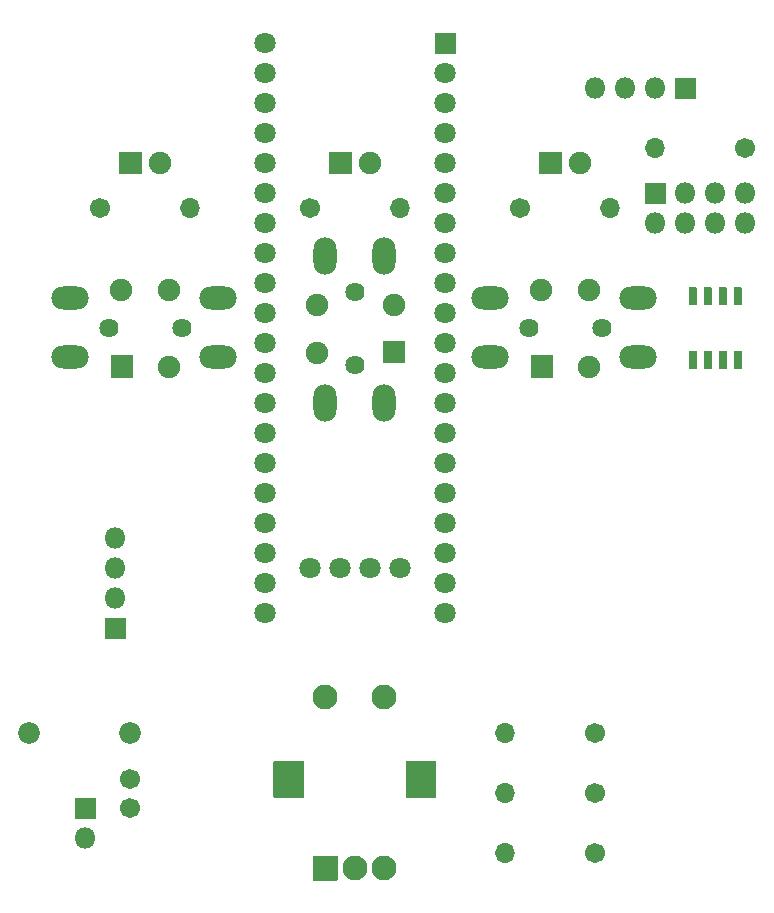
<source format=gbr>
%TF.GenerationSoftware,KiCad,Pcbnew,(5.1.9)-1*%
%TF.CreationDate,2021-06-17T08:41:36-07:00*%
%TF.ProjectId,knob_v1,6b6e6f62-5f76-4312-9e6b-696361645f70,rev?*%
%TF.SameCoordinates,Original*%
%TF.FileFunction,Soldermask,Bot*%
%TF.FilePolarity,Negative*%
%FSLAX46Y46*%
G04 Gerber Fmt 4.6, Leading zero omitted, Abs format (unit mm)*
G04 Created by KiCad (PCBNEW (5.1.9)-1) date 2021-06-17 08:41:36*
%MOMM*%
%LPD*%
G01*
G04 APERTURE LIST*
%ADD10O,1.801600X1.801600*%
%ADD11O,1.701600X1.701600*%
%ADD12C,1.701600*%
%ADD13C,1.901600*%
%ADD14C,1.625600*%
%ADD15C,1.834600*%
%ADD16C,1.801600*%
%ADD17C,2.101600*%
%ADD18O,3.149600X1.951600*%
%ADD19O,1.951600X3.149600*%
G04 APERTURE END LIST*
D10*
%TO.C,J1*%
X124460000Y-50800000D03*
X127000000Y-50800000D03*
X129540000Y-50800000D03*
G36*
G01*
X132930000Y-51700800D02*
X131230000Y-51700800D01*
G75*
G02*
X131179200Y-51650000I0J50800D01*
G01*
X131179200Y-49950000D01*
G75*
G02*
X131230000Y-49899200I50800J0D01*
G01*
X132930000Y-49899200D01*
G75*
G02*
X132980800Y-49950000I0J-50800D01*
G01*
X132980800Y-51650000D01*
G75*
G02*
X132930000Y-51700800I-50800J0D01*
G01*
G37*
%TD*%
D11*
%TO.C,R7*%
X129540000Y-55880000D03*
D12*
X137160000Y-55880000D03*
%TD*%
D13*
%TO.C,SW3A1*%
X123920000Y-74370000D03*
G36*
G01*
X118969200Y-75270000D02*
X118969200Y-73470000D01*
G75*
G02*
X119020000Y-73419200I50800J0D01*
G01*
X120820000Y-73419200D01*
G75*
G02*
X120870800Y-73470000I0J-50800D01*
G01*
X120870800Y-75270000D01*
G75*
G02*
X120820000Y-75320800I-50800J0D01*
G01*
X119020000Y-75320800D01*
G75*
G02*
X118969200Y-75270000I0J50800D01*
G01*
G37*
X119820000Y-67870000D03*
X123920000Y-67870000D03*
D14*
X118820000Y-71120000D03*
X125020000Y-71120000D03*
%TD*%
D13*
%TO.C,SW2A1*%
X107390000Y-69120000D03*
G36*
G01*
X108290000Y-74070800D02*
X106490000Y-74070800D01*
G75*
G02*
X106439200Y-74020000I0J50800D01*
G01*
X106439200Y-72220000D01*
G75*
G02*
X106490000Y-72169200I50800J0D01*
G01*
X108290000Y-72169200D01*
G75*
G02*
X108340800Y-72220000I0J-50800D01*
G01*
X108340800Y-74020000D01*
G75*
G02*
X108290000Y-74070800I-50800J0D01*
G01*
G37*
X100890000Y-73220000D03*
X100890000Y-69120000D03*
D14*
X104140000Y-74220000D03*
X104140000Y-68020000D03*
%TD*%
D13*
%TO.C,SW1A1*%
X88360000Y-74370000D03*
G36*
G01*
X83409200Y-75270000D02*
X83409200Y-73470000D01*
G75*
G02*
X83460000Y-73419200I50800J0D01*
G01*
X85260000Y-73419200D01*
G75*
G02*
X85310800Y-73470000I0J-50800D01*
G01*
X85310800Y-75270000D01*
G75*
G02*
X85260000Y-75320800I-50800J0D01*
G01*
X83460000Y-75320800D01*
G75*
G02*
X83409200Y-75270000I0J50800D01*
G01*
G37*
X84260000Y-67870000D03*
X88360000Y-67870000D03*
D14*
X83260000Y-71120000D03*
X89460000Y-71120000D03*
%TD*%
D15*
%TO.C,Z1*%
X76530000Y-105410000D03*
X85090000Y-105410000D03*
%TD*%
%TO.C,U2*%
G36*
G01*
X132364200Y-74520000D02*
X132364200Y-73120000D01*
G75*
G02*
X132415000Y-73069200I50800J0D01*
G01*
X133015000Y-73069200D01*
G75*
G02*
X133065800Y-73120000I0J-50800D01*
G01*
X133065800Y-74520000D01*
G75*
G02*
X133015000Y-74570800I-50800J0D01*
G01*
X132415000Y-74570800D01*
G75*
G02*
X132364200Y-74520000I0J50800D01*
G01*
G37*
G36*
G01*
X133634200Y-74520000D02*
X133634200Y-73120000D01*
G75*
G02*
X133685000Y-73069200I50800J0D01*
G01*
X134285000Y-73069200D01*
G75*
G02*
X134335800Y-73120000I0J-50800D01*
G01*
X134335800Y-74520000D01*
G75*
G02*
X134285000Y-74570800I-50800J0D01*
G01*
X133685000Y-74570800D01*
G75*
G02*
X133634200Y-74520000I0J50800D01*
G01*
G37*
G36*
G01*
X134904200Y-74520000D02*
X134904200Y-73120000D01*
G75*
G02*
X134955000Y-73069200I50800J0D01*
G01*
X135555000Y-73069200D01*
G75*
G02*
X135605800Y-73120000I0J-50800D01*
G01*
X135605800Y-74520000D01*
G75*
G02*
X135555000Y-74570800I-50800J0D01*
G01*
X134955000Y-74570800D01*
G75*
G02*
X134904200Y-74520000I0J50800D01*
G01*
G37*
G36*
G01*
X136174200Y-74520000D02*
X136174200Y-73120000D01*
G75*
G02*
X136225000Y-73069200I50800J0D01*
G01*
X136825000Y-73069200D01*
G75*
G02*
X136875800Y-73120000I0J-50800D01*
G01*
X136875800Y-74520000D01*
G75*
G02*
X136825000Y-74570800I-50800J0D01*
G01*
X136225000Y-74570800D01*
G75*
G02*
X136174200Y-74520000I0J50800D01*
G01*
G37*
G36*
G01*
X136174200Y-69120000D02*
X136174200Y-67720000D01*
G75*
G02*
X136225000Y-67669200I50800J0D01*
G01*
X136825000Y-67669200D01*
G75*
G02*
X136875800Y-67720000I0J-50800D01*
G01*
X136875800Y-69120000D01*
G75*
G02*
X136825000Y-69170800I-50800J0D01*
G01*
X136225000Y-69170800D01*
G75*
G02*
X136174200Y-69120000I0J50800D01*
G01*
G37*
G36*
G01*
X134904200Y-69120000D02*
X134904200Y-67720000D01*
G75*
G02*
X134955000Y-67669200I50800J0D01*
G01*
X135555000Y-67669200D01*
G75*
G02*
X135605800Y-67720000I0J-50800D01*
G01*
X135605800Y-69120000D01*
G75*
G02*
X135555000Y-69170800I-50800J0D01*
G01*
X134955000Y-69170800D01*
G75*
G02*
X134904200Y-69120000I0J50800D01*
G01*
G37*
G36*
G01*
X133634200Y-69120000D02*
X133634200Y-67720000D01*
G75*
G02*
X133685000Y-67669200I50800J0D01*
G01*
X134285000Y-67669200D01*
G75*
G02*
X134335800Y-67720000I0J-50800D01*
G01*
X134335800Y-69120000D01*
G75*
G02*
X134285000Y-69170800I-50800J0D01*
G01*
X133685000Y-69170800D01*
G75*
G02*
X133634200Y-69120000I0J50800D01*
G01*
G37*
G36*
G01*
X132364200Y-69120000D02*
X132364200Y-67720000D01*
G75*
G02*
X132415000Y-67669200I50800J0D01*
G01*
X133015000Y-67669200D01*
G75*
G02*
X133065800Y-67720000I0J-50800D01*
G01*
X133065800Y-69120000D01*
G75*
G02*
X133015000Y-69170800I-50800J0D01*
G01*
X132415000Y-69170800D01*
G75*
G02*
X132364200Y-69120000I0J50800D01*
G01*
G37*
%TD*%
D16*
%TO.C,U1*%
X111760000Y-95250000D03*
X96520000Y-95250000D03*
X111760000Y-92710000D03*
X96520000Y-92710000D03*
X111760000Y-90170000D03*
X96520000Y-90170000D03*
X111760000Y-87630000D03*
X96520000Y-87630000D03*
X111760000Y-85090000D03*
X96520000Y-85090000D03*
X111760000Y-82550000D03*
X96520000Y-82550000D03*
X111760000Y-80010000D03*
X96520000Y-80010000D03*
X111760000Y-77470000D03*
X96520000Y-77470000D03*
X111760000Y-74930000D03*
X96520000Y-74930000D03*
X111760000Y-72390000D03*
X96520000Y-72390000D03*
X111760000Y-69850000D03*
X96520000Y-69850000D03*
X111760000Y-67310000D03*
X96520000Y-67310000D03*
X111760000Y-64770000D03*
X96520000Y-64770000D03*
X111760000Y-62230000D03*
X96520000Y-62230000D03*
X111760000Y-59690000D03*
X96520000Y-59690000D03*
X111760000Y-57150000D03*
X96520000Y-57150000D03*
X111760000Y-54610000D03*
X96520000Y-54610000D03*
X111760000Y-52070000D03*
X96520000Y-52070000D03*
X111760000Y-49530000D03*
X96520000Y-49530000D03*
G36*
G01*
X112660800Y-46140000D02*
X112660800Y-47840000D01*
G75*
G02*
X112610000Y-47890800I-50800J0D01*
G01*
X110910000Y-47890800D01*
G75*
G02*
X110859200Y-47840000I0J50800D01*
G01*
X110859200Y-46140000D01*
G75*
G02*
X110910000Y-46089200I50800J0D01*
G01*
X112610000Y-46089200D01*
G75*
G02*
X112660800Y-46140000I0J-50800D01*
G01*
G37*
X96520000Y-46990000D03*
X100330000Y-91440000D03*
X102870000Y-91440000D03*
X105410000Y-91440000D03*
X107950000Y-91440000D03*
%TD*%
%TO.C,SW4*%
G36*
G01*
X102600000Y-117890800D02*
X100600000Y-117890800D01*
G75*
G02*
X100549200Y-117840000I0J50800D01*
G01*
X100549200Y-115840000D01*
G75*
G02*
X100600000Y-115789200I50800J0D01*
G01*
X102600000Y-115789200D01*
G75*
G02*
X102650800Y-115840000I0J-50800D01*
G01*
X102650800Y-117840000D01*
G75*
G02*
X102600000Y-117890800I-50800J0D01*
G01*
G37*
D17*
X104100000Y-116840000D03*
X106600000Y-116840000D03*
G36*
G01*
X99750000Y-110890800D02*
X97250000Y-110890800D01*
G75*
G02*
X97199200Y-110840000I0J50800D01*
G01*
X97199200Y-107840000D01*
G75*
G02*
X97250000Y-107789200I50800J0D01*
G01*
X99750000Y-107789200D01*
G75*
G02*
X99800800Y-107840000I0J-50800D01*
G01*
X99800800Y-110840000D01*
G75*
G02*
X99750000Y-110890800I-50800J0D01*
G01*
G37*
G36*
G01*
X110950000Y-110890800D02*
X108450000Y-110890800D01*
G75*
G02*
X108399200Y-110840000I0J50800D01*
G01*
X108399200Y-107840000D01*
G75*
G02*
X108450000Y-107789200I50800J0D01*
G01*
X110950000Y-107789200D01*
G75*
G02*
X111000800Y-107840000I0J-50800D01*
G01*
X111000800Y-110840000D01*
G75*
G02*
X110950000Y-110890800I-50800J0D01*
G01*
G37*
X101600000Y-102340000D03*
X106600000Y-102340000D03*
%TD*%
D10*
%TO.C,J4*%
X83820000Y-88900000D03*
X83820000Y-91440000D03*
X83820000Y-93980000D03*
G36*
G01*
X82919200Y-97370000D02*
X82919200Y-95670000D01*
G75*
G02*
X82970000Y-95619200I50800J0D01*
G01*
X84670000Y-95619200D01*
G75*
G02*
X84720800Y-95670000I0J-50800D01*
G01*
X84720800Y-97370000D01*
G75*
G02*
X84670000Y-97420800I-50800J0D01*
G01*
X82970000Y-97420800D01*
G75*
G02*
X82919200Y-97370000I0J50800D01*
G01*
G37*
%TD*%
%TO.C,J3*%
X81280000Y-114300000D03*
G36*
G01*
X82180800Y-110910000D02*
X82180800Y-112610000D01*
G75*
G02*
X82130000Y-112660800I-50800J0D01*
G01*
X80430000Y-112660800D01*
G75*
G02*
X80379200Y-112610000I0J50800D01*
G01*
X80379200Y-110910000D01*
G75*
G02*
X80430000Y-110859200I50800J0D01*
G01*
X82130000Y-110859200D01*
G75*
G02*
X82180800Y-110910000I0J-50800D01*
G01*
G37*
%TD*%
%TO.C,J2*%
X137160000Y-62230000D03*
X137160000Y-59690000D03*
X134620000Y-62230000D03*
X134620000Y-59690000D03*
X132080000Y-62230000D03*
X132080000Y-59690000D03*
X129540000Y-62230000D03*
G36*
G01*
X128690000Y-58789200D02*
X130390000Y-58789200D01*
G75*
G02*
X130440800Y-58840000I0J-50800D01*
G01*
X130440800Y-60540000D01*
G75*
G02*
X130390000Y-60590800I-50800J0D01*
G01*
X128690000Y-60590800D01*
G75*
G02*
X128639200Y-60540000I0J50800D01*
G01*
X128639200Y-58840000D01*
G75*
G02*
X128690000Y-58789200I50800J0D01*
G01*
G37*
%TD*%
D13*
%TO.C,D3*%
X123190000Y-57150000D03*
G36*
G01*
X119699200Y-58050000D02*
X119699200Y-56250000D01*
G75*
G02*
X119750000Y-56199200I50800J0D01*
G01*
X121550000Y-56199200D01*
G75*
G02*
X121600800Y-56250000I0J-50800D01*
G01*
X121600800Y-58050000D01*
G75*
G02*
X121550000Y-58100800I-50800J0D01*
G01*
X119750000Y-58100800D01*
G75*
G02*
X119699200Y-58050000I0J50800D01*
G01*
G37*
%TD*%
%TO.C,D2*%
X105410000Y-57150000D03*
G36*
G01*
X101919200Y-58050000D02*
X101919200Y-56250000D01*
G75*
G02*
X101970000Y-56199200I50800J0D01*
G01*
X103770000Y-56199200D01*
G75*
G02*
X103820800Y-56250000I0J-50800D01*
G01*
X103820800Y-58050000D01*
G75*
G02*
X103770000Y-58100800I-50800J0D01*
G01*
X101970000Y-58100800D01*
G75*
G02*
X101919200Y-58050000I0J50800D01*
G01*
G37*
%TD*%
%TO.C,D1*%
X87630000Y-57150000D03*
G36*
G01*
X84139200Y-58050000D02*
X84139200Y-56250000D01*
G75*
G02*
X84190000Y-56199200I50800J0D01*
G01*
X85990000Y-56199200D01*
G75*
G02*
X86040800Y-56250000I0J-50800D01*
G01*
X86040800Y-58050000D01*
G75*
G02*
X85990000Y-58100800I-50800J0D01*
G01*
X84190000Y-58100800D01*
G75*
G02*
X84139200Y-58050000I0J50800D01*
G01*
G37*
%TD*%
D12*
%TO.C,C1*%
X85090000Y-111760000D03*
X85090000Y-109260000D03*
%TD*%
D11*
%TO.C,R1*%
X116840000Y-105410000D03*
D12*
X124460000Y-105410000D03*
%TD*%
D11*
%TO.C,R2*%
X116840000Y-110490000D03*
D12*
X124460000Y-110490000D03*
%TD*%
%TO.C,R3*%
X124460000Y-115570000D03*
D11*
X116840000Y-115570000D03*
%TD*%
D12*
%TO.C,R4*%
X118110000Y-60960000D03*
D11*
X125730000Y-60960000D03*
%TD*%
D12*
%TO.C,R5*%
X100330000Y-60960000D03*
D11*
X107950000Y-60960000D03*
%TD*%
D12*
%TO.C,R6*%
X82550000Y-60960000D03*
D11*
X90170000Y-60960000D03*
%TD*%
D18*
%TO.C,SW1*%
X92510000Y-68580000D03*
X92510000Y-73580000D03*
X80010000Y-68580000D03*
X80010000Y-73580000D03*
%TD*%
D19*
%TO.C,SW2*%
X106600000Y-77470000D03*
X101600000Y-77470000D03*
X106600000Y-64970000D03*
X101600000Y-64970000D03*
%TD*%
D18*
%TO.C,SW3*%
X128070000Y-68580000D03*
X128070000Y-73580000D03*
X115570000Y-68580000D03*
X115570000Y-73580000D03*
%TD*%
M02*

</source>
